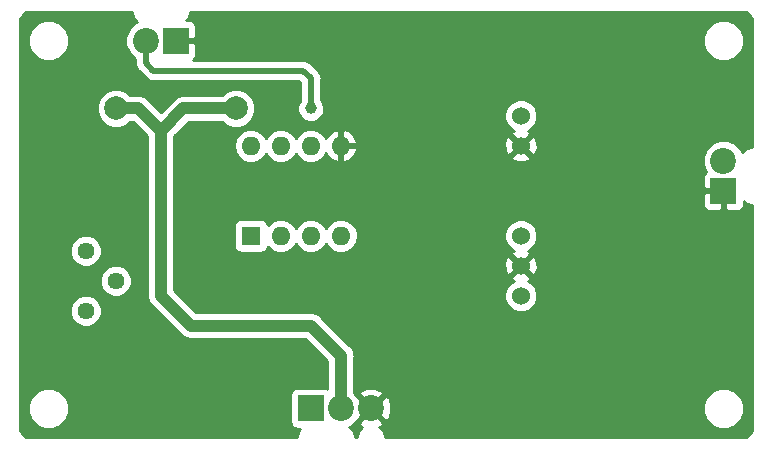
<source format=gbr>
G04 #@! TF.GenerationSoftware,KiCad,Pcbnew,(5.0.2)-1*
G04 #@! TF.CreationDate,2021-10-26T14:02:46-04:00*
G04 #@! TF.ProjectId,thermistor_amplifier,74686572-6d69-4737-946f-725f616d706c,rev?*
G04 #@! TF.SameCoordinates,Original*
G04 #@! TF.FileFunction,Copper,L2,Bot*
G04 #@! TF.FilePolarity,Positive*
%FSLAX46Y46*%
G04 Gerber Fmt 4.6, Leading zero omitted, Abs format (unit mm)*
G04 Created by KiCad (PCBNEW (5.0.2)-1) date 10/26/2021 2:02:46 PM*
%MOMM*%
%LPD*%
G01*
G04 APERTURE LIST*
G04 #@! TA.AperFunction,ComponentPad*
%ADD10C,2.200000*%
G04 #@! TD*
G04 #@! TA.AperFunction,ComponentPad*
%ADD11R,2.200000X2.200000*%
G04 #@! TD*
G04 #@! TA.AperFunction,ComponentPad*
%ADD12C,1.524000*%
G04 #@! TD*
G04 #@! TA.AperFunction,ComponentPad*
%ADD13R,1.600000X1.600000*%
G04 #@! TD*
G04 #@! TA.AperFunction,ComponentPad*
%ADD14O,1.600000X1.600000*%
G04 #@! TD*
G04 #@! TA.AperFunction,ComponentPad*
%ADD15C,1.440000*%
G04 #@! TD*
G04 #@! TA.AperFunction,ViaPad*
%ADD16C,2.000000*%
G04 #@! TD*
G04 #@! TA.AperFunction,ViaPad*
%ADD17C,1.000000*%
G04 #@! TD*
G04 #@! TA.AperFunction,Conductor*
%ADD18C,1.000000*%
G04 #@! TD*
G04 #@! TA.AperFunction,Conductor*
%ADD19C,0.500000*%
G04 #@! TD*
G04 #@! TA.AperFunction,Conductor*
%ADD20C,0.254000*%
G04 #@! TD*
G04 APERTURE END LIST*
D10*
G04 #@! TO.P,J1,2*
G04 #@! TO.N,Net-(C1-Pad2)*
X151765000Y-74930000D03*
D11*
G04 #@! TO.P,J1,1*
G04 #@! TO.N,Earth*
X151765000Y-77470000D03*
G04 #@! TD*
G04 #@! TO.P,J2,1*
G04 #@! TO.N,Net-(J2-Pad1)*
X116840000Y-95885000D03*
D10*
G04 #@! TO.P,J2,2*
G04 #@! TO.N,+5V*
X119380000Y-95885000D03*
G04 #@! TO.P,J2,3*
G04 #@! TO.N,Earth*
X121920000Y-95885000D03*
G04 #@! TD*
D11*
G04 #@! TO.P,J3,1*
G04 #@! TO.N,Earth*
X105410000Y-64770000D03*
D10*
G04 #@! TO.P,J3,2*
G04 #@! TO.N,Net-(J3-Pad2)*
X102870000Y-64770000D03*
G04 #@! TD*
D12*
G04 #@! TO.P,U1,1*
G04 #@! TO.N,Net-(L1-Pad1)*
X134620000Y-71120000D03*
G04 #@! TO.P,U1,2*
G04 #@! TO.N,Earth*
X134620000Y-73660000D03*
G04 #@! TO.P,U1,5*
G04 #@! TO.N,-5V*
X134620000Y-81280000D03*
G04 #@! TO.P,U1,6*
G04 #@! TO.N,Earth*
X134620000Y-83820000D03*
G04 #@! TO.P,U1,7*
G04 #@! TO.N,+5V*
X134620000Y-86360000D03*
G04 #@! TD*
D13*
G04 #@! TO.P,U2,1*
G04 #@! TO.N,Net-(R5-Pad1)*
X111760000Y-81280000D03*
D14*
G04 #@! TO.P,U2,5*
G04 #@! TO.N,Earth*
X119380000Y-73660000D03*
G04 #@! TO.P,U2,2*
G04 #@! TO.N,Net-(R2-Pad1)*
X114300000Y-81280000D03*
G04 #@! TO.P,U2,6*
G04 #@! TO.N,Net-(J3-Pad2)*
X116840000Y-73660000D03*
G04 #@! TO.P,U2,3*
G04 #@! TO.N,Net-(J2-Pad1)*
X116840000Y-81280000D03*
G04 #@! TO.P,U2,7*
G04 #@! TO.N,+5V*
X114300000Y-73660000D03*
G04 #@! TO.P,U2,4*
G04 #@! TO.N,-5V*
X119380000Y-81280000D03*
G04 #@! TO.P,U2,8*
G04 #@! TO.N,Net-(R5-Pad2)*
X111760000Y-73660000D03*
G04 #@! TD*
D15*
G04 #@! TO.P,R2,3*
G04 #@! TO.N,Net-(R1-Pad1)*
X97790000Y-82550000D03*
G04 #@! TO.P,R2,2*
X100330000Y-85090000D03*
G04 #@! TO.P,R2,1*
G04 #@! TO.N,Net-(R2-Pad1)*
X97790000Y-87630000D03*
G04 #@! TD*
D16*
G04 #@! TO.N,Earth*
X123190000Y-87630000D03*
X114300000Y-64135000D03*
X109220000Y-93980000D03*
G04 #@! TO.N,+5V*
X110490000Y-70485000D03*
X100330000Y-70485000D03*
D17*
G04 #@! TO.N,Net-(J3-Pad2)*
X116840000Y-70485000D03*
G04 #@! TD*
D18*
G04 #@! TO.N,+5V*
X102235000Y-70485000D02*
X100330000Y-70485000D01*
X104140000Y-72390000D02*
X102235000Y-70485000D01*
X104140000Y-72390000D02*
X106045000Y-70485000D01*
X106045000Y-70485000D02*
X110490000Y-70485000D01*
X104140000Y-86360000D02*
X104140000Y-72390000D01*
X106680000Y-88900000D02*
X104140000Y-86360000D01*
X116840000Y-88900000D02*
X106680000Y-88900000D01*
X119380000Y-91440000D02*
X116840000Y-88900000D01*
X119380000Y-95885000D02*
X119380000Y-91440000D01*
D19*
G04 #@! TO.N,Net-(J3-Pad2)*
X102870000Y-66675000D02*
X103505000Y-67310000D01*
X102870000Y-66675000D02*
X102870000Y-64770000D01*
X103505000Y-67310000D02*
X116205000Y-67310000D01*
X116205000Y-67310000D02*
X116840000Y-67945000D01*
X116840000Y-67945000D02*
X116840000Y-70485000D01*
G04 #@! TD*
D20*
G04 #@! TO.N,Earth*
G36*
X101685000Y-62465711D02*
X101865405Y-62901249D01*
X102153139Y-63188983D01*
X101887201Y-63299138D01*
X101399138Y-63787201D01*
X101135000Y-64424887D01*
X101135000Y-65115113D01*
X101399138Y-65752799D01*
X101887201Y-66240862D01*
X101985000Y-66281372D01*
X101985000Y-66587839D01*
X101967663Y-66675000D01*
X101985000Y-66762161D01*
X101985000Y-66762164D01*
X102036348Y-67020309D01*
X102231951Y-67313049D01*
X102305846Y-67362425D01*
X102817577Y-67874156D01*
X102866951Y-67948049D01*
X102940844Y-67997423D01*
X102940845Y-67997424D01*
X103159690Y-68143652D01*
X103417835Y-68195000D01*
X103417839Y-68195000D01*
X103505000Y-68212337D01*
X103592161Y-68195000D01*
X115838422Y-68195000D01*
X115955000Y-68311579D01*
X115955001Y-69764866D01*
X115877793Y-69842074D01*
X115705000Y-70259234D01*
X115705000Y-70710766D01*
X115877793Y-71127926D01*
X116197074Y-71447207D01*
X116614234Y-71620000D01*
X117065766Y-71620000D01*
X117482926Y-71447207D01*
X117802207Y-71127926D01*
X117920591Y-70842119D01*
X133223000Y-70842119D01*
X133223000Y-71397881D01*
X133435680Y-71911337D01*
X133828663Y-72304320D01*
X134019647Y-72383428D01*
X133888857Y-72437603D01*
X133819392Y-72679787D01*
X134620000Y-73480395D01*
X135420608Y-72679787D01*
X135351143Y-72437603D01*
X135210607Y-72387465D01*
X135411337Y-72304320D01*
X135804320Y-71911337D01*
X136017000Y-71397881D01*
X136017000Y-70842119D01*
X135804320Y-70328663D01*
X135411337Y-69935680D01*
X134897881Y-69723000D01*
X134342119Y-69723000D01*
X133828663Y-69935680D01*
X133435680Y-70328663D01*
X133223000Y-70842119D01*
X117920591Y-70842119D01*
X117975000Y-70710766D01*
X117975000Y-70259234D01*
X117802207Y-69842074D01*
X117725000Y-69764867D01*
X117725000Y-68032161D01*
X117742337Y-67945000D01*
X117725000Y-67857839D01*
X117725000Y-67857835D01*
X117673652Y-67599690D01*
X117478049Y-67306951D01*
X117404156Y-67257577D01*
X116892425Y-66745846D01*
X116843049Y-66671951D01*
X116550310Y-66476348D01*
X116292165Y-66425000D01*
X116292161Y-66425000D01*
X116205000Y-66407663D01*
X116117839Y-66425000D01*
X106829446Y-66425000D01*
X106869698Y-66408327D01*
X107048327Y-66229699D01*
X107145000Y-65996310D01*
X107145000Y-65055750D01*
X106986250Y-64897000D01*
X105537000Y-64897000D01*
X105537000Y-64917000D01*
X105283000Y-64917000D01*
X105283000Y-64897000D01*
X105263000Y-64897000D01*
X105263000Y-64643000D01*
X105283000Y-64643000D01*
X105283000Y-64623000D01*
X105537000Y-64623000D01*
X105537000Y-64643000D01*
X106986250Y-64643000D01*
X107145000Y-64484250D01*
X107145000Y-64424887D01*
X150030000Y-64424887D01*
X150030000Y-65115113D01*
X150294138Y-65752799D01*
X150782201Y-66240862D01*
X151419887Y-66505000D01*
X152110113Y-66505000D01*
X152747799Y-66240862D01*
X153235862Y-65752799D01*
X153500000Y-65115113D01*
X153500000Y-64424887D01*
X153235862Y-63787201D01*
X152747799Y-63299138D01*
X152110113Y-63035000D01*
X151419887Y-63035000D01*
X150782201Y-63299138D01*
X150294138Y-63787201D01*
X150030000Y-64424887D01*
X107145000Y-64424887D01*
X107145000Y-63543690D01*
X107048327Y-63310301D01*
X106869698Y-63131673D01*
X106636309Y-63035000D01*
X106280844Y-63035000D01*
X106414595Y-62901249D01*
X106595000Y-62465711D01*
X106595000Y-62357000D01*
X153644874Y-62357000D01*
X153989090Y-62652028D01*
X154178000Y-62895570D01*
X154178000Y-73745000D01*
X154069289Y-73745000D01*
X153633751Y-73925405D01*
X153346017Y-74213139D01*
X153235862Y-73947201D01*
X152747799Y-73459138D01*
X152110113Y-73195000D01*
X151419887Y-73195000D01*
X150782201Y-73459138D01*
X150294138Y-73947201D01*
X150030000Y-74584887D01*
X150030000Y-75275113D01*
X150273646Y-75863328D01*
X150126673Y-76010302D01*
X150030000Y-76243691D01*
X150030000Y-77184250D01*
X150188750Y-77343000D01*
X151638000Y-77343000D01*
X151638000Y-77323000D01*
X151892000Y-77323000D01*
X151892000Y-77343000D01*
X151912000Y-77343000D01*
X151912000Y-77597000D01*
X151892000Y-77597000D01*
X151892000Y-79046250D01*
X152050750Y-79205000D01*
X152991310Y-79205000D01*
X153224699Y-79108327D01*
X153403327Y-78929698D01*
X153500000Y-78696309D01*
X153500000Y-78340844D01*
X153633751Y-78474595D01*
X154069289Y-78655000D01*
X154178000Y-78655000D01*
X154178000Y-97764874D01*
X153882972Y-98109090D01*
X153639431Y-98298000D01*
X123105000Y-98298000D01*
X123105000Y-98189289D01*
X122924595Y-97753751D01*
X122644761Y-97473917D01*
X122854359Y-97387099D01*
X122965263Y-97109868D01*
X121920000Y-96064605D01*
X120874737Y-97109868D01*
X120985641Y-97387099D01*
X121200976Y-97468180D01*
X120915405Y-97753751D01*
X120735000Y-98189289D01*
X120735000Y-98298000D01*
X120565000Y-98298000D01*
X120565000Y-98189289D01*
X120384595Y-97753751D01*
X120096861Y-97466017D01*
X120362799Y-97355862D01*
X120850862Y-96867799D01*
X120916811Y-96708584D01*
X121740395Y-95885000D01*
X122099605Y-95885000D01*
X123144868Y-96930263D01*
X123422099Y-96819359D01*
X123665323Y-96173407D01*
X123644673Y-95539887D01*
X150030000Y-95539887D01*
X150030000Y-96230113D01*
X150294138Y-96867799D01*
X150782201Y-97355862D01*
X151419887Y-97620000D01*
X152110113Y-97620000D01*
X152747799Y-97355862D01*
X153235862Y-96867799D01*
X153500000Y-96230113D01*
X153500000Y-95539887D01*
X153235862Y-94902201D01*
X152747799Y-94414138D01*
X152110113Y-94150000D01*
X151419887Y-94150000D01*
X150782201Y-94414138D01*
X150294138Y-94902201D01*
X150030000Y-95539887D01*
X123644673Y-95539887D01*
X123642836Y-95483547D01*
X123422099Y-94950641D01*
X123144868Y-94839737D01*
X122099605Y-95885000D01*
X121740395Y-95885000D01*
X120916811Y-95061416D01*
X120850862Y-94902201D01*
X120608793Y-94660132D01*
X120874737Y-94660132D01*
X121920000Y-95705395D01*
X122965263Y-94660132D01*
X122854359Y-94382901D01*
X122208407Y-94139677D01*
X121518547Y-94162164D01*
X120985641Y-94382901D01*
X120874737Y-94660132D01*
X120608793Y-94660132D01*
X120515000Y-94566339D01*
X120515000Y-91551781D01*
X120537235Y-91439999D01*
X120515000Y-91328217D01*
X120449146Y-90997145D01*
X120198289Y-90621711D01*
X120103521Y-90558389D01*
X117721613Y-88176482D01*
X117658289Y-88081711D01*
X117282855Y-87830854D01*
X116951783Y-87765000D01*
X116840000Y-87742765D01*
X116728217Y-87765000D01*
X107150132Y-87765000D01*
X105467251Y-86082119D01*
X133223000Y-86082119D01*
X133223000Y-86637881D01*
X133435680Y-87151337D01*
X133828663Y-87544320D01*
X134342119Y-87757000D01*
X134897881Y-87757000D01*
X135411337Y-87544320D01*
X135804320Y-87151337D01*
X136017000Y-86637881D01*
X136017000Y-86082119D01*
X135804320Y-85568663D01*
X135411337Y-85175680D01*
X135220353Y-85096572D01*
X135351143Y-85042397D01*
X135420608Y-84800213D01*
X134620000Y-83999605D01*
X133819392Y-84800213D01*
X133888857Y-85042397D01*
X134029393Y-85092535D01*
X133828663Y-85175680D01*
X133435680Y-85568663D01*
X133223000Y-86082119D01*
X105467251Y-86082119D01*
X105275000Y-85889869D01*
X105275000Y-83612302D01*
X133210856Y-83612302D01*
X133238638Y-84167368D01*
X133397603Y-84551143D01*
X133639787Y-84620608D01*
X134440395Y-83820000D01*
X134799605Y-83820000D01*
X135600213Y-84620608D01*
X135842397Y-84551143D01*
X136029144Y-84027698D01*
X136001362Y-83472632D01*
X135842397Y-83088857D01*
X135600213Y-83019392D01*
X134799605Y-83820000D01*
X134440395Y-83820000D01*
X133639787Y-83019392D01*
X133397603Y-83088857D01*
X133210856Y-83612302D01*
X105275000Y-83612302D01*
X105275000Y-80480000D01*
X110312560Y-80480000D01*
X110312560Y-82080000D01*
X110361843Y-82327765D01*
X110502191Y-82537809D01*
X110712235Y-82678157D01*
X110960000Y-82727440D01*
X112560000Y-82727440D01*
X112807765Y-82678157D01*
X113017809Y-82537809D01*
X113158157Y-82327765D01*
X113184785Y-82193894D01*
X113265423Y-82314577D01*
X113740091Y-82631740D01*
X114158667Y-82715000D01*
X114441333Y-82715000D01*
X114859909Y-82631740D01*
X115334577Y-82314577D01*
X115570000Y-81962242D01*
X115805423Y-82314577D01*
X116280091Y-82631740D01*
X116698667Y-82715000D01*
X116981333Y-82715000D01*
X117399909Y-82631740D01*
X117874577Y-82314577D01*
X118110000Y-81962242D01*
X118345423Y-82314577D01*
X118820091Y-82631740D01*
X119238667Y-82715000D01*
X119521333Y-82715000D01*
X119939909Y-82631740D01*
X120414577Y-82314577D01*
X120731740Y-81839909D01*
X120843113Y-81280000D01*
X120787839Y-81002119D01*
X133223000Y-81002119D01*
X133223000Y-81557881D01*
X133435680Y-82071337D01*
X133828663Y-82464320D01*
X134019647Y-82543428D01*
X133888857Y-82597603D01*
X133819392Y-82839787D01*
X134620000Y-83640395D01*
X135420608Y-82839787D01*
X135351143Y-82597603D01*
X135210607Y-82547465D01*
X135411337Y-82464320D01*
X135804320Y-82071337D01*
X136017000Y-81557881D01*
X136017000Y-81002119D01*
X135804320Y-80488663D01*
X135411337Y-80095680D01*
X134897881Y-79883000D01*
X134342119Y-79883000D01*
X133828663Y-80095680D01*
X133435680Y-80488663D01*
X133223000Y-81002119D01*
X120787839Y-81002119D01*
X120731740Y-80720091D01*
X120414577Y-80245423D01*
X119939909Y-79928260D01*
X119521333Y-79845000D01*
X119238667Y-79845000D01*
X118820091Y-79928260D01*
X118345423Y-80245423D01*
X118110000Y-80597758D01*
X117874577Y-80245423D01*
X117399909Y-79928260D01*
X116981333Y-79845000D01*
X116698667Y-79845000D01*
X116280091Y-79928260D01*
X115805423Y-80245423D01*
X115570000Y-80597758D01*
X115334577Y-80245423D01*
X114859909Y-79928260D01*
X114441333Y-79845000D01*
X114158667Y-79845000D01*
X113740091Y-79928260D01*
X113265423Y-80245423D01*
X113184785Y-80366106D01*
X113158157Y-80232235D01*
X113017809Y-80022191D01*
X112807765Y-79881843D01*
X112560000Y-79832560D01*
X110960000Y-79832560D01*
X110712235Y-79881843D01*
X110502191Y-80022191D01*
X110361843Y-80232235D01*
X110312560Y-80480000D01*
X105275000Y-80480000D01*
X105275000Y-77755750D01*
X150030000Y-77755750D01*
X150030000Y-78696309D01*
X150126673Y-78929698D01*
X150305301Y-79108327D01*
X150538690Y-79205000D01*
X151479250Y-79205000D01*
X151638000Y-79046250D01*
X151638000Y-77597000D01*
X150188750Y-77597000D01*
X150030000Y-77755750D01*
X105275000Y-77755750D01*
X105275000Y-73660000D01*
X110296887Y-73660000D01*
X110408260Y-74219909D01*
X110725423Y-74694577D01*
X111200091Y-75011740D01*
X111618667Y-75095000D01*
X111901333Y-75095000D01*
X112319909Y-75011740D01*
X112794577Y-74694577D01*
X113030000Y-74342242D01*
X113265423Y-74694577D01*
X113740091Y-75011740D01*
X114158667Y-75095000D01*
X114441333Y-75095000D01*
X114859909Y-75011740D01*
X115334577Y-74694577D01*
X115570000Y-74342242D01*
X115805423Y-74694577D01*
X116280091Y-75011740D01*
X116698667Y-75095000D01*
X116981333Y-75095000D01*
X117399909Y-75011740D01*
X117874577Y-74694577D01*
X118130947Y-74310892D01*
X118227611Y-74515134D01*
X118642577Y-74891041D01*
X119030961Y-75051904D01*
X119253000Y-74929915D01*
X119253000Y-73787000D01*
X119507000Y-73787000D01*
X119507000Y-74929915D01*
X119729039Y-75051904D01*
X120117423Y-74891041D01*
X120394313Y-74640213D01*
X133819392Y-74640213D01*
X133888857Y-74882397D01*
X134412302Y-75069144D01*
X134967368Y-75041362D01*
X135351143Y-74882397D01*
X135420608Y-74640213D01*
X134620000Y-73839605D01*
X133819392Y-74640213D01*
X120394313Y-74640213D01*
X120532389Y-74515134D01*
X120771914Y-74009041D01*
X120650629Y-73787000D01*
X119507000Y-73787000D01*
X119253000Y-73787000D01*
X119233000Y-73787000D01*
X119233000Y-73533000D01*
X119253000Y-73533000D01*
X119253000Y-72390085D01*
X119507000Y-72390085D01*
X119507000Y-73533000D01*
X120650629Y-73533000D01*
X120694708Y-73452302D01*
X133210856Y-73452302D01*
X133238638Y-74007368D01*
X133397603Y-74391143D01*
X133639787Y-74460608D01*
X134440395Y-73660000D01*
X134799605Y-73660000D01*
X135600213Y-74460608D01*
X135842397Y-74391143D01*
X136029144Y-73867698D01*
X136001362Y-73312632D01*
X135842397Y-72928857D01*
X135600213Y-72859392D01*
X134799605Y-73660000D01*
X134440395Y-73660000D01*
X133639787Y-72859392D01*
X133397603Y-72928857D01*
X133210856Y-73452302D01*
X120694708Y-73452302D01*
X120771914Y-73310959D01*
X120532389Y-72804866D01*
X120117423Y-72428959D01*
X119729039Y-72268096D01*
X119507000Y-72390085D01*
X119253000Y-72390085D01*
X119030961Y-72268096D01*
X118642577Y-72428959D01*
X118227611Y-72804866D01*
X118130947Y-73009108D01*
X117874577Y-72625423D01*
X117399909Y-72308260D01*
X116981333Y-72225000D01*
X116698667Y-72225000D01*
X116280091Y-72308260D01*
X115805423Y-72625423D01*
X115570000Y-72977758D01*
X115334577Y-72625423D01*
X114859909Y-72308260D01*
X114441333Y-72225000D01*
X114158667Y-72225000D01*
X113740091Y-72308260D01*
X113265423Y-72625423D01*
X113030000Y-72977758D01*
X112794577Y-72625423D01*
X112319909Y-72308260D01*
X111901333Y-72225000D01*
X111618667Y-72225000D01*
X111200091Y-72308260D01*
X110725423Y-72625423D01*
X110408260Y-73100091D01*
X110296887Y-73660000D01*
X105275000Y-73660000D01*
X105275000Y-72860131D01*
X106515132Y-71620000D01*
X109312761Y-71620000D01*
X109563847Y-71871086D01*
X110164778Y-72120000D01*
X110815222Y-72120000D01*
X111416153Y-71871086D01*
X111876086Y-71411153D01*
X112125000Y-70810222D01*
X112125000Y-70159778D01*
X111876086Y-69558847D01*
X111416153Y-69098914D01*
X110815222Y-68850000D01*
X110164778Y-68850000D01*
X109563847Y-69098914D01*
X109312761Y-69350000D01*
X106156783Y-69350000D01*
X106045000Y-69327765D01*
X105933217Y-69350000D01*
X105602145Y-69415854D01*
X105226711Y-69666711D01*
X105163389Y-69761479D01*
X104140000Y-70784868D01*
X103116613Y-69761482D01*
X103053289Y-69666711D01*
X102677855Y-69415854D01*
X102346783Y-69350000D01*
X102235000Y-69327765D01*
X102123217Y-69350000D01*
X101507239Y-69350000D01*
X101256153Y-69098914D01*
X100655222Y-68850000D01*
X100004778Y-68850000D01*
X99403847Y-69098914D01*
X98943914Y-69558847D01*
X98695000Y-70159778D01*
X98695000Y-70810222D01*
X98943914Y-71411153D01*
X99403847Y-71871086D01*
X100004778Y-72120000D01*
X100655222Y-72120000D01*
X101256153Y-71871086D01*
X101507239Y-71620000D01*
X101764869Y-71620000D01*
X103005001Y-72860133D01*
X103005000Y-86248217D01*
X102982765Y-86360000D01*
X103005000Y-86471782D01*
X103070854Y-86802854D01*
X103321711Y-87178289D01*
X103416482Y-87241613D01*
X105798389Y-89623521D01*
X105861711Y-89718289D01*
X106237145Y-89969146D01*
X106568217Y-90035000D01*
X106679999Y-90057235D01*
X106791781Y-90035000D01*
X116369869Y-90035000D01*
X118245001Y-91910133D01*
X118245000Y-94225087D01*
X118187765Y-94186843D01*
X117940000Y-94137560D01*
X115740000Y-94137560D01*
X115492235Y-94186843D01*
X115282191Y-94327191D01*
X115141843Y-94537235D01*
X115092560Y-94785000D01*
X115092560Y-96985000D01*
X115141843Y-97232765D01*
X115282191Y-97442809D01*
X115492235Y-97583157D01*
X115740000Y-97632440D01*
X115956716Y-97632440D01*
X115835405Y-97753751D01*
X115655000Y-98189289D01*
X115655000Y-98298000D01*
X92735126Y-98298000D01*
X92390910Y-98002972D01*
X92202000Y-97759431D01*
X92202000Y-95539887D01*
X92880000Y-95539887D01*
X92880000Y-96230113D01*
X93144138Y-96867799D01*
X93632201Y-97355862D01*
X94269887Y-97620000D01*
X94960113Y-97620000D01*
X95597799Y-97355862D01*
X96085862Y-96867799D01*
X96350000Y-96230113D01*
X96350000Y-95539887D01*
X96085862Y-94902201D01*
X95597799Y-94414138D01*
X94960113Y-94150000D01*
X94269887Y-94150000D01*
X93632201Y-94414138D01*
X93144138Y-94902201D01*
X92880000Y-95539887D01*
X92202000Y-95539887D01*
X92202000Y-87360474D01*
X96435000Y-87360474D01*
X96435000Y-87899526D01*
X96641286Y-88397546D01*
X97022454Y-88778714D01*
X97520474Y-88985000D01*
X98059526Y-88985000D01*
X98557546Y-88778714D01*
X98938714Y-88397546D01*
X99145000Y-87899526D01*
X99145000Y-87360474D01*
X98938714Y-86862454D01*
X98557546Y-86481286D01*
X98059526Y-86275000D01*
X97520474Y-86275000D01*
X97022454Y-86481286D01*
X96641286Y-86862454D01*
X96435000Y-87360474D01*
X92202000Y-87360474D01*
X92202000Y-84820474D01*
X98975000Y-84820474D01*
X98975000Y-85359526D01*
X99181286Y-85857546D01*
X99562454Y-86238714D01*
X100060474Y-86445000D01*
X100599526Y-86445000D01*
X101097546Y-86238714D01*
X101478714Y-85857546D01*
X101685000Y-85359526D01*
X101685000Y-84820474D01*
X101478714Y-84322454D01*
X101097546Y-83941286D01*
X100599526Y-83735000D01*
X100060474Y-83735000D01*
X99562454Y-83941286D01*
X99181286Y-84322454D01*
X98975000Y-84820474D01*
X92202000Y-84820474D01*
X92202000Y-82280474D01*
X96435000Y-82280474D01*
X96435000Y-82819526D01*
X96641286Y-83317546D01*
X97022454Y-83698714D01*
X97520474Y-83905000D01*
X98059526Y-83905000D01*
X98557546Y-83698714D01*
X98938714Y-83317546D01*
X99145000Y-82819526D01*
X99145000Y-82280474D01*
X98938714Y-81782454D01*
X98557546Y-81401286D01*
X98059526Y-81195000D01*
X97520474Y-81195000D01*
X97022454Y-81401286D01*
X96641286Y-81782454D01*
X96435000Y-82280474D01*
X92202000Y-82280474D01*
X92202000Y-64424887D01*
X92880000Y-64424887D01*
X92880000Y-65115113D01*
X93144138Y-65752799D01*
X93632201Y-66240862D01*
X94269887Y-66505000D01*
X94960113Y-66505000D01*
X95597799Y-66240862D01*
X96085862Y-65752799D01*
X96350000Y-65115113D01*
X96350000Y-64424887D01*
X96085862Y-63787201D01*
X95597799Y-63299138D01*
X94960113Y-63035000D01*
X94269887Y-63035000D01*
X93632201Y-63299138D01*
X93144138Y-63787201D01*
X92880000Y-64424887D01*
X92202000Y-64424887D01*
X92202000Y-62890126D01*
X92497028Y-62545910D01*
X92740570Y-62357000D01*
X101685000Y-62357000D01*
X101685000Y-62465711D01*
X101685000Y-62465711D01*
G37*
X101685000Y-62465711D02*
X101865405Y-62901249D01*
X102153139Y-63188983D01*
X101887201Y-63299138D01*
X101399138Y-63787201D01*
X101135000Y-64424887D01*
X101135000Y-65115113D01*
X101399138Y-65752799D01*
X101887201Y-66240862D01*
X101985000Y-66281372D01*
X101985000Y-66587839D01*
X101967663Y-66675000D01*
X101985000Y-66762161D01*
X101985000Y-66762164D01*
X102036348Y-67020309D01*
X102231951Y-67313049D01*
X102305846Y-67362425D01*
X102817577Y-67874156D01*
X102866951Y-67948049D01*
X102940844Y-67997423D01*
X102940845Y-67997424D01*
X103159690Y-68143652D01*
X103417835Y-68195000D01*
X103417839Y-68195000D01*
X103505000Y-68212337D01*
X103592161Y-68195000D01*
X115838422Y-68195000D01*
X115955000Y-68311579D01*
X115955001Y-69764866D01*
X115877793Y-69842074D01*
X115705000Y-70259234D01*
X115705000Y-70710766D01*
X115877793Y-71127926D01*
X116197074Y-71447207D01*
X116614234Y-71620000D01*
X117065766Y-71620000D01*
X117482926Y-71447207D01*
X117802207Y-71127926D01*
X117920591Y-70842119D01*
X133223000Y-70842119D01*
X133223000Y-71397881D01*
X133435680Y-71911337D01*
X133828663Y-72304320D01*
X134019647Y-72383428D01*
X133888857Y-72437603D01*
X133819392Y-72679787D01*
X134620000Y-73480395D01*
X135420608Y-72679787D01*
X135351143Y-72437603D01*
X135210607Y-72387465D01*
X135411337Y-72304320D01*
X135804320Y-71911337D01*
X136017000Y-71397881D01*
X136017000Y-70842119D01*
X135804320Y-70328663D01*
X135411337Y-69935680D01*
X134897881Y-69723000D01*
X134342119Y-69723000D01*
X133828663Y-69935680D01*
X133435680Y-70328663D01*
X133223000Y-70842119D01*
X117920591Y-70842119D01*
X117975000Y-70710766D01*
X117975000Y-70259234D01*
X117802207Y-69842074D01*
X117725000Y-69764867D01*
X117725000Y-68032161D01*
X117742337Y-67945000D01*
X117725000Y-67857839D01*
X117725000Y-67857835D01*
X117673652Y-67599690D01*
X117478049Y-67306951D01*
X117404156Y-67257577D01*
X116892425Y-66745846D01*
X116843049Y-66671951D01*
X116550310Y-66476348D01*
X116292165Y-66425000D01*
X116292161Y-66425000D01*
X116205000Y-66407663D01*
X116117839Y-66425000D01*
X106829446Y-66425000D01*
X106869698Y-66408327D01*
X107048327Y-66229699D01*
X107145000Y-65996310D01*
X107145000Y-65055750D01*
X106986250Y-64897000D01*
X105537000Y-64897000D01*
X105537000Y-64917000D01*
X105283000Y-64917000D01*
X105283000Y-64897000D01*
X105263000Y-64897000D01*
X105263000Y-64643000D01*
X105283000Y-64643000D01*
X105283000Y-64623000D01*
X105537000Y-64623000D01*
X105537000Y-64643000D01*
X106986250Y-64643000D01*
X107145000Y-64484250D01*
X107145000Y-64424887D01*
X150030000Y-64424887D01*
X150030000Y-65115113D01*
X150294138Y-65752799D01*
X150782201Y-66240862D01*
X151419887Y-66505000D01*
X152110113Y-66505000D01*
X152747799Y-66240862D01*
X153235862Y-65752799D01*
X153500000Y-65115113D01*
X153500000Y-64424887D01*
X153235862Y-63787201D01*
X152747799Y-63299138D01*
X152110113Y-63035000D01*
X151419887Y-63035000D01*
X150782201Y-63299138D01*
X150294138Y-63787201D01*
X150030000Y-64424887D01*
X107145000Y-64424887D01*
X107145000Y-63543690D01*
X107048327Y-63310301D01*
X106869698Y-63131673D01*
X106636309Y-63035000D01*
X106280844Y-63035000D01*
X106414595Y-62901249D01*
X106595000Y-62465711D01*
X106595000Y-62357000D01*
X153644874Y-62357000D01*
X153989090Y-62652028D01*
X154178000Y-62895570D01*
X154178000Y-73745000D01*
X154069289Y-73745000D01*
X153633751Y-73925405D01*
X153346017Y-74213139D01*
X153235862Y-73947201D01*
X152747799Y-73459138D01*
X152110113Y-73195000D01*
X151419887Y-73195000D01*
X150782201Y-73459138D01*
X150294138Y-73947201D01*
X150030000Y-74584887D01*
X150030000Y-75275113D01*
X150273646Y-75863328D01*
X150126673Y-76010302D01*
X150030000Y-76243691D01*
X150030000Y-77184250D01*
X150188750Y-77343000D01*
X151638000Y-77343000D01*
X151638000Y-77323000D01*
X151892000Y-77323000D01*
X151892000Y-77343000D01*
X151912000Y-77343000D01*
X151912000Y-77597000D01*
X151892000Y-77597000D01*
X151892000Y-79046250D01*
X152050750Y-79205000D01*
X152991310Y-79205000D01*
X153224699Y-79108327D01*
X153403327Y-78929698D01*
X153500000Y-78696309D01*
X153500000Y-78340844D01*
X153633751Y-78474595D01*
X154069289Y-78655000D01*
X154178000Y-78655000D01*
X154178000Y-97764874D01*
X153882972Y-98109090D01*
X153639431Y-98298000D01*
X123105000Y-98298000D01*
X123105000Y-98189289D01*
X122924595Y-97753751D01*
X122644761Y-97473917D01*
X122854359Y-97387099D01*
X122965263Y-97109868D01*
X121920000Y-96064605D01*
X120874737Y-97109868D01*
X120985641Y-97387099D01*
X121200976Y-97468180D01*
X120915405Y-97753751D01*
X120735000Y-98189289D01*
X120735000Y-98298000D01*
X120565000Y-98298000D01*
X120565000Y-98189289D01*
X120384595Y-97753751D01*
X120096861Y-97466017D01*
X120362799Y-97355862D01*
X120850862Y-96867799D01*
X120916811Y-96708584D01*
X121740395Y-95885000D01*
X122099605Y-95885000D01*
X123144868Y-96930263D01*
X123422099Y-96819359D01*
X123665323Y-96173407D01*
X123644673Y-95539887D01*
X150030000Y-95539887D01*
X150030000Y-96230113D01*
X150294138Y-96867799D01*
X150782201Y-97355862D01*
X151419887Y-97620000D01*
X152110113Y-97620000D01*
X152747799Y-97355862D01*
X153235862Y-96867799D01*
X153500000Y-96230113D01*
X153500000Y-95539887D01*
X153235862Y-94902201D01*
X152747799Y-94414138D01*
X152110113Y-94150000D01*
X151419887Y-94150000D01*
X150782201Y-94414138D01*
X150294138Y-94902201D01*
X150030000Y-95539887D01*
X123644673Y-95539887D01*
X123642836Y-95483547D01*
X123422099Y-94950641D01*
X123144868Y-94839737D01*
X122099605Y-95885000D01*
X121740395Y-95885000D01*
X120916811Y-95061416D01*
X120850862Y-94902201D01*
X120608793Y-94660132D01*
X120874737Y-94660132D01*
X121920000Y-95705395D01*
X122965263Y-94660132D01*
X122854359Y-94382901D01*
X122208407Y-94139677D01*
X121518547Y-94162164D01*
X120985641Y-94382901D01*
X120874737Y-94660132D01*
X120608793Y-94660132D01*
X120515000Y-94566339D01*
X120515000Y-91551781D01*
X120537235Y-91439999D01*
X120515000Y-91328217D01*
X120449146Y-90997145D01*
X120198289Y-90621711D01*
X120103521Y-90558389D01*
X117721613Y-88176482D01*
X117658289Y-88081711D01*
X117282855Y-87830854D01*
X116951783Y-87765000D01*
X116840000Y-87742765D01*
X116728217Y-87765000D01*
X107150132Y-87765000D01*
X105467251Y-86082119D01*
X133223000Y-86082119D01*
X133223000Y-86637881D01*
X133435680Y-87151337D01*
X133828663Y-87544320D01*
X134342119Y-87757000D01*
X134897881Y-87757000D01*
X135411337Y-87544320D01*
X135804320Y-87151337D01*
X136017000Y-86637881D01*
X136017000Y-86082119D01*
X135804320Y-85568663D01*
X135411337Y-85175680D01*
X135220353Y-85096572D01*
X135351143Y-85042397D01*
X135420608Y-84800213D01*
X134620000Y-83999605D01*
X133819392Y-84800213D01*
X133888857Y-85042397D01*
X134029393Y-85092535D01*
X133828663Y-85175680D01*
X133435680Y-85568663D01*
X133223000Y-86082119D01*
X105467251Y-86082119D01*
X105275000Y-85889869D01*
X105275000Y-83612302D01*
X133210856Y-83612302D01*
X133238638Y-84167368D01*
X133397603Y-84551143D01*
X133639787Y-84620608D01*
X134440395Y-83820000D01*
X134799605Y-83820000D01*
X135600213Y-84620608D01*
X135842397Y-84551143D01*
X136029144Y-84027698D01*
X136001362Y-83472632D01*
X135842397Y-83088857D01*
X135600213Y-83019392D01*
X134799605Y-83820000D01*
X134440395Y-83820000D01*
X133639787Y-83019392D01*
X133397603Y-83088857D01*
X133210856Y-83612302D01*
X105275000Y-83612302D01*
X105275000Y-80480000D01*
X110312560Y-80480000D01*
X110312560Y-82080000D01*
X110361843Y-82327765D01*
X110502191Y-82537809D01*
X110712235Y-82678157D01*
X110960000Y-82727440D01*
X112560000Y-82727440D01*
X112807765Y-82678157D01*
X113017809Y-82537809D01*
X113158157Y-82327765D01*
X113184785Y-82193894D01*
X113265423Y-82314577D01*
X113740091Y-82631740D01*
X114158667Y-82715000D01*
X114441333Y-82715000D01*
X114859909Y-82631740D01*
X115334577Y-82314577D01*
X115570000Y-81962242D01*
X115805423Y-82314577D01*
X116280091Y-82631740D01*
X116698667Y-82715000D01*
X116981333Y-82715000D01*
X117399909Y-82631740D01*
X117874577Y-82314577D01*
X118110000Y-81962242D01*
X118345423Y-82314577D01*
X118820091Y-82631740D01*
X119238667Y-82715000D01*
X119521333Y-82715000D01*
X119939909Y-82631740D01*
X120414577Y-82314577D01*
X120731740Y-81839909D01*
X120843113Y-81280000D01*
X120787839Y-81002119D01*
X133223000Y-81002119D01*
X133223000Y-81557881D01*
X133435680Y-82071337D01*
X133828663Y-82464320D01*
X134019647Y-82543428D01*
X133888857Y-82597603D01*
X133819392Y-82839787D01*
X134620000Y-83640395D01*
X135420608Y-82839787D01*
X135351143Y-82597603D01*
X135210607Y-82547465D01*
X135411337Y-82464320D01*
X135804320Y-82071337D01*
X136017000Y-81557881D01*
X136017000Y-81002119D01*
X135804320Y-80488663D01*
X135411337Y-80095680D01*
X134897881Y-79883000D01*
X134342119Y-79883000D01*
X133828663Y-80095680D01*
X133435680Y-80488663D01*
X133223000Y-81002119D01*
X120787839Y-81002119D01*
X120731740Y-80720091D01*
X120414577Y-80245423D01*
X119939909Y-79928260D01*
X119521333Y-79845000D01*
X119238667Y-79845000D01*
X118820091Y-79928260D01*
X118345423Y-80245423D01*
X118110000Y-80597758D01*
X117874577Y-80245423D01*
X117399909Y-79928260D01*
X116981333Y-79845000D01*
X116698667Y-79845000D01*
X116280091Y-79928260D01*
X115805423Y-80245423D01*
X115570000Y-80597758D01*
X115334577Y-80245423D01*
X114859909Y-79928260D01*
X114441333Y-79845000D01*
X114158667Y-79845000D01*
X113740091Y-79928260D01*
X113265423Y-80245423D01*
X113184785Y-80366106D01*
X113158157Y-80232235D01*
X113017809Y-80022191D01*
X112807765Y-79881843D01*
X112560000Y-79832560D01*
X110960000Y-79832560D01*
X110712235Y-79881843D01*
X110502191Y-80022191D01*
X110361843Y-80232235D01*
X110312560Y-80480000D01*
X105275000Y-80480000D01*
X105275000Y-77755750D01*
X150030000Y-77755750D01*
X150030000Y-78696309D01*
X150126673Y-78929698D01*
X150305301Y-79108327D01*
X150538690Y-79205000D01*
X151479250Y-79205000D01*
X151638000Y-79046250D01*
X151638000Y-77597000D01*
X150188750Y-77597000D01*
X150030000Y-77755750D01*
X105275000Y-77755750D01*
X105275000Y-73660000D01*
X110296887Y-73660000D01*
X110408260Y-74219909D01*
X110725423Y-74694577D01*
X111200091Y-75011740D01*
X111618667Y-75095000D01*
X111901333Y-75095000D01*
X112319909Y-75011740D01*
X112794577Y-74694577D01*
X113030000Y-74342242D01*
X113265423Y-74694577D01*
X113740091Y-75011740D01*
X114158667Y-75095000D01*
X114441333Y-75095000D01*
X114859909Y-75011740D01*
X115334577Y-74694577D01*
X115570000Y-74342242D01*
X115805423Y-74694577D01*
X116280091Y-75011740D01*
X116698667Y-75095000D01*
X116981333Y-75095000D01*
X117399909Y-75011740D01*
X117874577Y-74694577D01*
X118130947Y-74310892D01*
X118227611Y-74515134D01*
X118642577Y-74891041D01*
X119030961Y-75051904D01*
X119253000Y-74929915D01*
X119253000Y-73787000D01*
X119507000Y-73787000D01*
X119507000Y-74929915D01*
X119729039Y-75051904D01*
X120117423Y-74891041D01*
X120394313Y-74640213D01*
X133819392Y-74640213D01*
X133888857Y-74882397D01*
X134412302Y-75069144D01*
X134967368Y-75041362D01*
X135351143Y-74882397D01*
X135420608Y-74640213D01*
X134620000Y-73839605D01*
X133819392Y-74640213D01*
X120394313Y-74640213D01*
X120532389Y-74515134D01*
X120771914Y-74009041D01*
X120650629Y-73787000D01*
X119507000Y-73787000D01*
X119253000Y-73787000D01*
X119233000Y-73787000D01*
X119233000Y-73533000D01*
X119253000Y-73533000D01*
X119253000Y-72390085D01*
X119507000Y-72390085D01*
X119507000Y-73533000D01*
X120650629Y-73533000D01*
X120694708Y-73452302D01*
X133210856Y-73452302D01*
X133238638Y-74007368D01*
X133397603Y-74391143D01*
X133639787Y-74460608D01*
X134440395Y-73660000D01*
X134799605Y-73660000D01*
X135600213Y-74460608D01*
X135842397Y-74391143D01*
X136029144Y-73867698D01*
X136001362Y-73312632D01*
X135842397Y-72928857D01*
X135600213Y-72859392D01*
X134799605Y-73660000D01*
X134440395Y-73660000D01*
X133639787Y-72859392D01*
X133397603Y-72928857D01*
X133210856Y-73452302D01*
X120694708Y-73452302D01*
X120771914Y-73310959D01*
X120532389Y-72804866D01*
X120117423Y-72428959D01*
X119729039Y-72268096D01*
X119507000Y-72390085D01*
X119253000Y-72390085D01*
X119030961Y-72268096D01*
X118642577Y-72428959D01*
X118227611Y-72804866D01*
X118130947Y-73009108D01*
X117874577Y-72625423D01*
X117399909Y-72308260D01*
X116981333Y-72225000D01*
X116698667Y-72225000D01*
X116280091Y-72308260D01*
X115805423Y-72625423D01*
X115570000Y-72977758D01*
X115334577Y-72625423D01*
X114859909Y-72308260D01*
X114441333Y-72225000D01*
X114158667Y-72225000D01*
X113740091Y-72308260D01*
X113265423Y-72625423D01*
X113030000Y-72977758D01*
X112794577Y-72625423D01*
X112319909Y-72308260D01*
X111901333Y-72225000D01*
X111618667Y-72225000D01*
X111200091Y-72308260D01*
X110725423Y-72625423D01*
X110408260Y-73100091D01*
X110296887Y-73660000D01*
X105275000Y-73660000D01*
X105275000Y-72860131D01*
X106515132Y-71620000D01*
X109312761Y-71620000D01*
X109563847Y-71871086D01*
X110164778Y-72120000D01*
X110815222Y-72120000D01*
X111416153Y-71871086D01*
X111876086Y-71411153D01*
X112125000Y-70810222D01*
X112125000Y-70159778D01*
X111876086Y-69558847D01*
X111416153Y-69098914D01*
X110815222Y-68850000D01*
X110164778Y-68850000D01*
X109563847Y-69098914D01*
X109312761Y-69350000D01*
X106156783Y-69350000D01*
X106045000Y-69327765D01*
X105933217Y-69350000D01*
X105602145Y-69415854D01*
X105226711Y-69666711D01*
X105163389Y-69761479D01*
X104140000Y-70784868D01*
X103116613Y-69761482D01*
X103053289Y-69666711D01*
X102677855Y-69415854D01*
X102346783Y-69350000D01*
X102235000Y-69327765D01*
X102123217Y-69350000D01*
X101507239Y-69350000D01*
X101256153Y-69098914D01*
X100655222Y-68850000D01*
X100004778Y-68850000D01*
X99403847Y-69098914D01*
X98943914Y-69558847D01*
X98695000Y-70159778D01*
X98695000Y-70810222D01*
X98943914Y-71411153D01*
X99403847Y-71871086D01*
X100004778Y-72120000D01*
X100655222Y-72120000D01*
X101256153Y-71871086D01*
X101507239Y-71620000D01*
X101764869Y-71620000D01*
X103005001Y-72860133D01*
X103005000Y-86248217D01*
X102982765Y-86360000D01*
X103005000Y-86471782D01*
X103070854Y-86802854D01*
X103321711Y-87178289D01*
X103416482Y-87241613D01*
X105798389Y-89623521D01*
X105861711Y-89718289D01*
X106237145Y-89969146D01*
X106568217Y-90035000D01*
X106679999Y-90057235D01*
X106791781Y-90035000D01*
X116369869Y-90035000D01*
X118245001Y-91910133D01*
X118245000Y-94225087D01*
X118187765Y-94186843D01*
X117940000Y-94137560D01*
X115740000Y-94137560D01*
X115492235Y-94186843D01*
X115282191Y-94327191D01*
X115141843Y-94537235D01*
X115092560Y-94785000D01*
X115092560Y-96985000D01*
X115141843Y-97232765D01*
X115282191Y-97442809D01*
X115492235Y-97583157D01*
X115740000Y-97632440D01*
X115956716Y-97632440D01*
X115835405Y-97753751D01*
X115655000Y-98189289D01*
X115655000Y-98298000D01*
X92735126Y-98298000D01*
X92390910Y-98002972D01*
X92202000Y-97759431D01*
X92202000Y-95539887D01*
X92880000Y-95539887D01*
X92880000Y-96230113D01*
X93144138Y-96867799D01*
X93632201Y-97355862D01*
X94269887Y-97620000D01*
X94960113Y-97620000D01*
X95597799Y-97355862D01*
X96085862Y-96867799D01*
X96350000Y-96230113D01*
X96350000Y-95539887D01*
X96085862Y-94902201D01*
X95597799Y-94414138D01*
X94960113Y-94150000D01*
X94269887Y-94150000D01*
X93632201Y-94414138D01*
X93144138Y-94902201D01*
X92880000Y-95539887D01*
X92202000Y-95539887D01*
X92202000Y-87360474D01*
X96435000Y-87360474D01*
X96435000Y-87899526D01*
X96641286Y-88397546D01*
X97022454Y-88778714D01*
X97520474Y-88985000D01*
X98059526Y-88985000D01*
X98557546Y-88778714D01*
X98938714Y-88397546D01*
X99145000Y-87899526D01*
X99145000Y-87360474D01*
X98938714Y-86862454D01*
X98557546Y-86481286D01*
X98059526Y-86275000D01*
X97520474Y-86275000D01*
X97022454Y-86481286D01*
X96641286Y-86862454D01*
X96435000Y-87360474D01*
X92202000Y-87360474D01*
X92202000Y-84820474D01*
X98975000Y-84820474D01*
X98975000Y-85359526D01*
X99181286Y-85857546D01*
X99562454Y-86238714D01*
X100060474Y-86445000D01*
X100599526Y-86445000D01*
X101097546Y-86238714D01*
X101478714Y-85857546D01*
X101685000Y-85359526D01*
X101685000Y-84820474D01*
X101478714Y-84322454D01*
X101097546Y-83941286D01*
X100599526Y-83735000D01*
X100060474Y-83735000D01*
X99562454Y-83941286D01*
X99181286Y-84322454D01*
X98975000Y-84820474D01*
X92202000Y-84820474D01*
X92202000Y-82280474D01*
X96435000Y-82280474D01*
X96435000Y-82819526D01*
X96641286Y-83317546D01*
X97022454Y-83698714D01*
X97520474Y-83905000D01*
X98059526Y-83905000D01*
X98557546Y-83698714D01*
X98938714Y-83317546D01*
X99145000Y-82819526D01*
X99145000Y-82280474D01*
X98938714Y-81782454D01*
X98557546Y-81401286D01*
X98059526Y-81195000D01*
X97520474Y-81195000D01*
X97022454Y-81401286D01*
X96641286Y-81782454D01*
X96435000Y-82280474D01*
X92202000Y-82280474D01*
X92202000Y-64424887D01*
X92880000Y-64424887D01*
X92880000Y-65115113D01*
X93144138Y-65752799D01*
X93632201Y-66240862D01*
X94269887Y-66505000D01*
X94960113Y-66505000D01*
X95597799Y-66240862D01*
X96085862Y-65752799D01*
X96350000Y-65115113D01*
X96350000Y-64424887D01*
X96085862Y-63787201D01*
X95597799Y-63299138D01*
X94960113Y-63035000D01*
X94269887Y-63035000D01*
X93632201Y-63299138D01*
X93144138Y-63787201D01*
X92880000Y-64424887D01*
X92202000Y-64424887D01*
X92202000Y-62890126D01*
X92497028Y-62545910D01*
X92740570Y-62357000D01*
X101685000Y-62357000D01*
X101685000Y-62465711D01*
G04 #@! TD*
M02*

</source>
